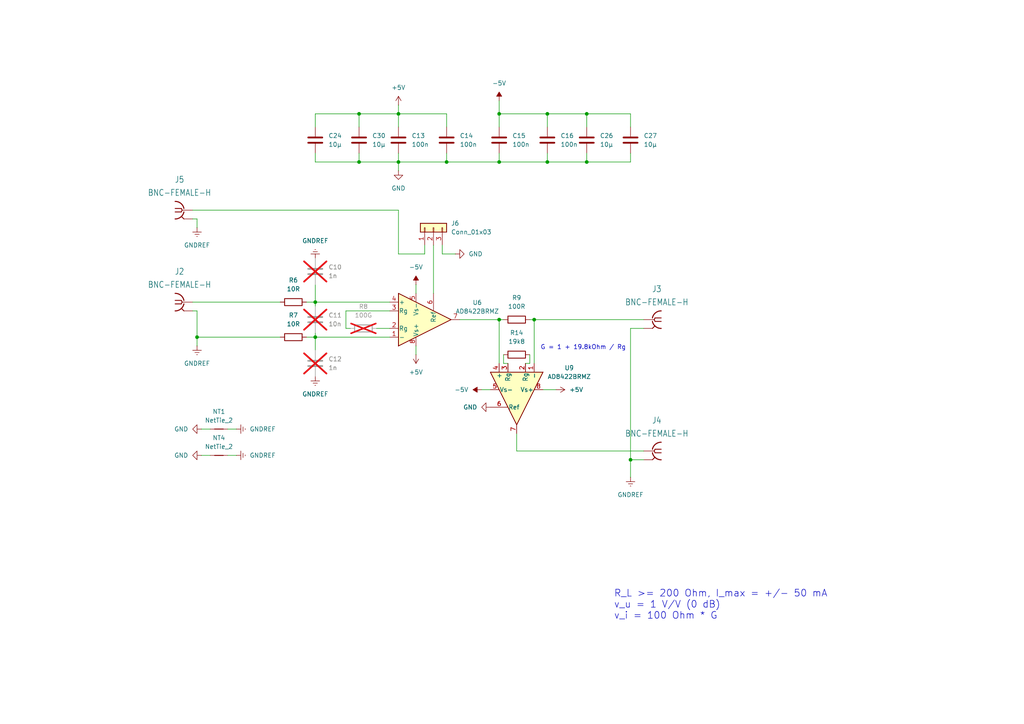
<source format=kicad_sch>
(kicad_sch (version 20231120) (generator "eeschema") (generator_version "8.0")
  (paper "A4")
  (lib_symbols
    (symbol "Amplifier_Instrumentation:AD8422BRMZ" (pin_names (offset 0.127))
      (property "Reference" "U" (at 3.556 7.366 0))
      (property "Value" "AD8422BRMZ" (at 7.366 5.334 0))
      (symbol "AD8422BRMZ_0_1"
        (polyline (pts (xy -5.08 7.62) (xy -5.08 -7.62) (xy 10.16 0) (xy -5.08 7.62)) (stroke (width 0.254)) (fill (type background)))
      )
      (symbol "AD8422BRMZ_1_1"
        (pin input line (at -7.62 5.08 0) (length 2.54) (name "-") (number "1"))
        (pin passive line (at -7.62 2.54 0) (length 2.54) (name "Rg") (number "2"))
        (pin passive line (at -7.62 -2.54 0) (length 2.54) (name "Rg") (number "3"))
        (pin input line (at -7.62 -5.08 0) (length 2.54) (name "+") (number "4"))
        (pin power_in line (at 0 -7.62 90) (length 2.54) (name "Vs-") (number "5"))
        (pin passive line (at 5.08 -7.62 90) (length 5.08) (name "Ref") (number "6"))
        (pin output line (at 12.7 0 180) (length 2.54) (name "~") (number "7"))
        (pin power_in line (at 0 7.62 270) (length 2.54) (name "Vs+") (number "8"))
      )
    )
    (symbol "Connector_Generic:Conn_01x03" (pin_names (offset 1.016) hide)
      (property "Reference" "J" (at 0 5.08 0))
      (property "Value" "Conn_01x03" (at 0 -5.08 0))
      (symbol "Conn_01x03_1_1"
        (rectangle (start -1.27 -2.413) (end 0 -2.667) (stroke (width 0.1524)))
        (rectangle (start -1.27 0.127) (end 0 -0.127) (stroke (width 0.1524)))
        (rectangle (start -1.27 2.667) (end 0 2.413) (stroke (width 0.1524)))
        (rectangle (start -1.27 3.81) (end 1.27 -3.81) (stroke (width 0.254)) (fill (type background)))
        (pin passive line (at -5.08 2.54 0) (length 3.81) (name "Pin_1") (number "1"))
        (pin passive line (at -5.08 0 0) (length 3.81) (name "Pin_2") (number "2"))
        (pin passive line (at -5.08 -2.54 0) (length 3.81) (name "Pin_3") (number "3"))
      )
    )
    (symbol "Device:NetTie_2" (pin_numbers hide) (pin_names (offset 0) hide) (in_bom no)
      (property "Reference" "NT" (at 0 1.27 0))
      (property "Value" "NetTie_2" (at 0 -1.27 0))
      (symbol "NetTie_2_0_1"
        (polyline (pts (xy -1.27 0) (xy 1.27 0)) (stroke (width 0.254)))
      )
      (symbol "NetTie_2_1_1"
        (pin passive line (at -2.54 0 0) (length 2.54) (name "1") (number "1"))
        (pin passive line (at 2.54 0 180) (length 2.54) (name "2") (number "2"))
      )
    )
    (symbol "connectors:BNC-FEMALE-H" (exclude_from_sim yes)
      (property "Reference" "J" (at -2.54 3.302 0))
      (property "Value" "BNC-FEMALE-H" (at -3.048 -5.588 0))
      (symbol "BNC-FEMALE-H_1_0"
        (arc (start -2.54 -2.54) (mid -0.9022 -1.9838) (end 0 -0.508) (stroke (width 0.3048)))
        (polyline (pts (xy -2.54 0.508) (xy -0.762 0.508)) (stroke (width 0.254)))
        (polyline (pts (xy -0.762 -0.508) (xy -2.54 -0.508)) (stroke (width 0.254)))
        (polyline (pts (xy -0.762 0.508) (xy -0.508 0)) (stroke (width 0.254)))
        (polyline (pts (xy -0.508 0) (xy -0.762 -0.508)) (stroke (width 0.254)))
        (polyline (pts (xy 0 -2.54) (xy -0.762 -1.778)) (stroke (width 0.254)))
        (polyline (pts (xy 0 0) (xy -0.508 0)) (stroke (width 0.1524)))
        (arc (start 0 0.508) (mid -0.9022 1.9838) (end -2.54 2.54) (stroke (width 0.3048)))
        (pin bidirectional line (at 2.54 0 180) (length 2.54) (name "SIG") (number "1"))
        (pin bidirectional line (at 2.54 -2.54 180) (length 2.54) (name "GND") (number "2"))
      )
    )
    (symbol "passive:C0402" (pin_numbers hide) (pin_names (offset 0.254))
      (property "Reference" "C" (at 0.635 2.54 0))
      (property "Value" "C0402" (at 0.635 -2.54 0))
      (symbol "C0402_0_1"
        (polyline (pts (xy -2.032 -0.762) (xy 2.032 -0.762)) (stroke (width 0.508)))
        (polyline (pts (xy -2.032 0.762) (xy 2.032 0.762)) (stroke (width 0.508)))
      )
      (symbol "C0402_1_1"
        (pin passive line (at 0 3.81 270) (length 2.794) (name "~") (number "1"))
        (pin passive line (at 0 -3.81 90) (length 2.794) (name "~") (number "2"))
      )
    )
    (symbol "passive:C0805" (pin_numbers hide) (pin_names (offset 0.254))
      (property "Reference" "C" (at 0.635 2.54 0))
      (property "Value" "C0805" (at 0.635 -2.54 0))
      (symbol "C0805_0_1"
        (polyline (pts (xy -2.032 -0.762) (xy 2.032 -0.762)) (stroke (width 0.508)))
        (polyline (pts (xy -2.032 0.762) (xy 2.032 0.762)) (stroke (width 0.508)))
      )
      (symbol "C0805_1_1"
        (pin passive line (at 0 3.81 270) (length 2.794) (name "~") (number "1"))
        (pin passive line (at 0 -3.81 90) (length 2.794) (name "~") (number "2"))
      )
    )
    (symbol "passive:R0402" (pin_numbers hide) (pin_names (offset 0))
      (property "Reference" "R" (at 2.032 0 90))
      (property "Value" "R" (at 0 0 90))
      (symbol "R0402_0_1"
        (rectangle (start -1.016 -2.54) (end 1.016 2.54) (stroke (width 0.254)))
      )
      (symbol "R0402_1_1"
        (pin passive line (at 0 3.81 270) (length 1.27) (name "~") (number "1"))
        (pin passive line (at 0 -3.81 90) (length 1.27) (name "~") (number "2"))
      )
    )
    (symbol "power:+5V" (power) (pin_numbers hide) (pin_names (offset 0) hide)
      (property "Value" "+5V" (at 0 3.556 0))
      (symbol "+5V_0_1"
        (polyline (pts (xy -0.762 1.27) (xy 0 2.54)))
        (polyline (pts (xy 0 0) (xy 0 2.54)))
        (polyline (pts (xy 0 2.54) (xy 0.762 1.27)))
      )
      (symbol "+5V_1_1"
        (pin power_in line (at 0 0 90) (length 0) (name "~") (number "1"))
      )
    )
    (symbol "power:-5V" (power) (pin_numbers hide) (pin_names (offset 0) hide)
      (property "Value" "-5V" (at 0 3.556 0))
      (symbol "-5V_0_0"
        (pin power_in line (at 0 0 90) (length 0) (name "~") (number "1"))
      )
      (symbol "-5V_0_1"
        (polyline (pts (xy 0 0) (xy 0 1.27) (xy 0.762 1.27) (xy 0 2.54) (xy -0.762 1.27) (xy 0 1.27)) (fill (type outline)))
      )
    )
    (symbol "power:GND" (power) (pin_numbers hide) (pin_names (offset 0) hide)
      (property "Value" "GND" (at 0 -3.81 0))
      (symbol "GND_0_1"
        (polyline (pts (xy 0 0) (xy 0 -1.27) (xy 1.27 -1.27) (xy 0 -2.54) (xy -1.27 -1.27) (xy 0 -1.27)))
      )
      (symbol "GND_1_1"
        (pin power_in line (at 0 0 270) (length 0) (name "~") (number "1"))
      )
    )
    (symbol "power:GNDREF" (power) (pin_numbers hide) (pin_names (offset 0) hide)
      (property "Value" "GNDREF" (at 0 -3.81 0))
      (symbol "GNDREF_0_1"
        (polyline (pts (xy -0.635 -1.905) (xy 0.635 -1.905)))
        (polyline (pts (xy -0.127 -2.54) (xy 0.127 -2.54)))
        (polyline (pts (xy 0 -1.27) (xy 0 0)))
        (polyline (pts (xy 1.27 -1.27) (xy -1.27 -1.27)))
      )
      (symbol "GNDREF_1_1"
        (pin power_in line (at 0 0 270) (length 0) (name "~") (number "1"))
      )
    )
  )
  (junction (at 104.14 46.99))
  (junction (at 115.57 33.02))
  (junction (at 154.94 92.71))
  (junction (at 182.88 133.35))
  (junction (at 144.78 46.99))
  (junction (at 170.18 33.02))
  (junction (at 91.44 97.79))
  (junction (at 144.78 33.02))
  (junction (at 91.44 87.63))
  (junction (at 158.75 46.99))
  (junction (at 144.78 92.71))
  (junction (at 158.75 33.02))
  (junction (at 115.57 46.99))
  (junction (at 129.54 46.99))
  (junction (at 104.14 33.02))
  (junction (at 170.18 46.99))
  (junction (at 57.15 97.79))
  (wire (pts (xy 158.75 33.02) (xy 158.75 36.83)))
  (wire (pts (xy 115.57 30.48) (xy 115.57 33.02)))
  (wire (pts (xy 170.18 44.45) (xy 170.18 46.99)))
  (wire (pts (xy 100.33 90.17) (xy 100.33 95.25)))
  (wire (pts (xy 153.67 92.71) (xy 154.94 92.71)))
  (wire (pts (xy 182.88 95.25) (xy 182.88 133.35)))
  (wire (pts (xy 158.75 46.99) (xy 170.18 46.99)))
  (wire (pts (xy 158.75 44.45) (xy 158.75 46.99)))
  (wire (pts (xy 55.88 90.17) (xy 57.15 90.17)))
  (wire (pts (xy 109.22 95.25) (xy 113.03 95.25)))
  (wire (pts (xy 91.44 82.55) (xy 91.44 87.63)))
  (wire (pts (xy 186.69 130.81) (xy 149.86 130.81)))
  (wire (pts (xy 133.35 92.71) (xy 144.78 92.71)))
  (wire (pts (xy 147.32 105.41) (xy 146.05 105.41)))
  (wire (pts (xy 57.15 97.79) (xy 81.28 97.79)))
  (wire (pts (xy 170.18 33.02) (xy 182.88 33.02)))
  (wire (pts (xy 154.94 92.71) (xy 186.69 92.71)))
  (wire (pts (xy 129.54 46.99) (xy 144.78 46.99)))
  (wire (pts (xy 186.69 95.25) (xy 182.88 95.25)))
  (wire (pts (xy 170.18 36.83) (xy 170.18 33.02)))
  (wire (pts (xy 139.7 113.03) (xy 142.24 113.03)))
  (wire (pts (xy 55.88 60.96) (xy 115.57 60.96)))
  (wire (pts (xy 57.15 63.5) (xy 57.15 66.04)))
  (wire (pts (xy 115.57 44.45) (xy 115.57 46.99)))
  (wire (pts (xy 91.44 44.45) (xy 91.44 46.99)))
  (wire (pts (xy 144.78 33.02) (xy 158.75 33.02)))
  (wire (pts (xy 182.88 133.35) (xy 186.69 133.35)))
  (wire (pts (xy 66.04 132.08) (xy 68.58 132.08)))
  (wire (pts (xy 144.78 92.71) (xy 144.78 105.41)))
  (wire (pts (xy 104.14 44.45) (xy 104.14 46.99)))
  (wire (pts (xy 152.4 105.41) (xy 153.67 105.41)))
  (wire (pts (xy 91.44 97.79) (xy 113.03 97.79)))
  (wire (pts (xy 115.57 73.66) (xy 123.19 73.66)))
  (wire (pts (xy 144.78 36.83) (xy 144.78 33.02)))
  (wire (pts (xy 91.44 87.63) (xy 113.03 87.63)))
  (wire (pts (xy 115.57 60.96) (xy 115.57 73.66)))
  (wire (pts (xy 88.9 97.79) (xy 91.44 97.79)))
  (wire (pts (xy 182.88 44.45) (xy 182.88 46.99)))
  (wire (pts (xy 91.44 97.79) (xy 91.44 101.6)))
  (wire (pts (xy 170.18 46.99) (xy 182.88 46.99)))
  (wire (pts (xy 158.75 33.02) (xy 170.18 33.02)))
  (wire (pts (xy 144.78 44.45) (xy 144.78 46.99)))
  (wire (pts (xy 55.88 63.5) (xy 57.15 63.5)))
  (wire (pts (xy 153.67 102.87) (xy 153.67 105.41)))
  (wire (pts (xy 91.44 46.99) (xy 104.14 46.99)))
  (wire (pts (xy 104.14 36.83) (xy 104.14 33.02)))
  (wire (pts (xy 115.57 33.02) (xy 115.57 36.83)))
  (wire (pts (xy 182.88 36.83) (xy 182.88 33.02)))
  (wire (pts (xy 66.04 124.46) (xy 68.58 124.46)))
  (wire (pts (xy 129.54 33.02) (xy 129.54 36.83)))
  (wire (pts (xy 91.44 96.52) (xy 91.44 97.79)))
  (wire (pts (xy 88.9 87.63) (xy 91.44 87.63)))
  (wire (pts (xy 144.78 92.71) (xy 146.05 92.71)))
  (wire (pts (xy 91.44 33.02) (xy 104.14 33.02)))
  (wire (pts (xy 128.27 71.12) (xy 128.27 73.66)))
  (wire (pts (xy 100.33 95.25) (xy 101.6 95.25)))
  (wire (pts (xy 58.42 124.46) (xy 60.96 124.46)))
  (wire (pts (xy 182.88 133.35) (xy 182.88 138.43)))
  (wire (pts (xy 100.33 90.17) (xy 113.03 90.17)))
  (wire (pts (xy 57.15 97.79) (xy 57.15 100.33)))
  (wire (pts (xy 149.86 130.81) (xy 149.86 125.73)))
  (wire (pts (xy 146.05 102.87) (xy 146.05 105.41)))
  (wire (pts (xy 104.14 33.02) (xy 115.57 33.02)))
  (wire (pts (xy 55.88 87.63) (xy 81.28 87.63)))
  (wire (pts (xy 144.78 29.21) (xy 144.78 33.02)))
  (wire (pts (xy 129.54 44.45) (xy 129.54 46.99)))
  (wire (pts (xy 128.27 73.66) (xy 132.08 73.66)))
  (wire (pts (xy 157.48 113.03) (xy 161.29 113.03)))
  (wire (pts (xy 154.94 92.71) (xy 154.94 105.41)))
  (wire (pts (xy 91.44 36.83) (xy 91.44 33.02)))
  (wire (pts (xy 115.57 33.02) (xy 129.54 33.02)))
  (wire (pts (xy 115.57 46.99) (xy 129.54 46.99)))
  (wire (pts (xy 115.57 46.99) (xy 115.57 49.53)))
  (wire (pts (xy 125.73 71.12) (xy 125.73 85.09)))
  (wire (pts (xy 91.44 87.63) (xy 91.44 88.9)))
  (wire (pts (xy 123.19 71.12) (xy 123.19 73.66)))
  (wire (pts (xy 120.65 82.55) (xy 120.65 85.09)))
  (wire (pts (xy 104.14 46.99) (xy 115.57 46.99)))
  (wire (pts (xy 158.75 46.99) (xy 144.78 46.99)))
  (wire (pts (xy 57.15 90.17) (xy 57.15 97.79)))
  (wire (pts (xy 58.42 132.08) (xy 60.96 132.08)))
  (wire (pts (xy 120.65 100.33) (xy 120.65 102.87)))
  (text "R_L >= 200 Ohm, I_max = +/- 50 mA\nv_u = 1 V/V (0 dB)\nv_i = 100 Ohm * G" (at 178.054 179.832 0) (effects (font (size 2 2)) (justify left bottom)))
  (text "G = 1 + 19.8kOhm / Rg" (at 169.164 100.838 0) (effects (font (size 1.27 1.27))))
  (symbol (lib_id "passive:R0402") (at 149.86 102.87 270) (unit 1)
    (property "Reference" "R14" (at 149.86 96.52 90))
    (property "Value" "19k8" (at 149.86 99.06 90))
    (property "Footprint" "Resistor_SMD:R_0402_1005Metric" (effects (hide yes)))
    (property "Description" "Resistor" (effects (hide yes)))
  )
  (symbol (lib_id "passive:R0402") (at 85.09 87.63 90) (unit 1)
    (property "Reference" "R6" (at 85.09 81.28 90))
    (property "Value" "10R" (at 85.09 83.82 90))
    (property "Footprint" "Resistor_SMD:R_0402_1005Metric" (effects (hide yes)))
    (property "Description" "Resistor" (effects (hide yes)))
  )
  (symbol (lib_id "passive:C0402") (at 129.54 40.64 0) (unit 1)
    (property "Reference" "C14" (at 133.35 39.3699 0) (effects (justify left)))
    (property "Value" "100n" (at 133.35 41.9099 0) (effects (justify left)))
    (property "Footprint" "Capacitor_SMD:C_0402_1005Metric" (effects (hide yes)))
    (property "Description" "Unpolarized capacitor" (effects (hide yes)))
  )
  (symbol (lib_id "power:GNDREF") (at 57.15 66.04 0) (unit 1)
    (property "Reference" "#PWR016" (effects (hide yes)))
    (property "Value" "GNDREF" (at 57.15 71.12 0))
    (property "Description" "Power symbol creates a global label with name \"GNDREF\" , reference supply ground" (effects (hide yes)))
  )
  (symbol (lib_id "power:-5V") (at 120.65 82.55 0) (unit 1)
    (property "Reference" "#PWR022" (effects (hide yes)))
    (property "Value" "-5V" (at 120.65 77.47 0))
    (property "Description" "Power symbol creates a global label with name \"-5V\"" (effects (hide yes)))
  )
  (symbol (lib_id "passive:C0402") (at 91.44 105.41 0) (unit 1) (dnp yes)
    (property "Reference" "C12" (at 95.25 104.1399 0) (effects (justify left)))
    (property "Value" "1n" (at 95.25 106.6799 0) (effects (justify left)))
    (property "Footprint" "Capacitor_SMD:C_0402_1005Metric" (effects (hide yes)))
    (property "Description" "Unpolarized capacitor" (effects (hide yes)))
  )
  (symbol (lib_id "passive:C0805") (at 170.18 40.64 0) (unit 1)
    (property "Reference" "C26" (at 173.99 39.3699 0) (effects (justify left)))
    (property "Value" "10µ" (at 173.99 41.9099 0) (effects (justify left)))
    (property "Footprint" "Capacitor_SMD:C_0805_2012Metric" (effects (hide yes)))
    (property "Description" "Unpolarized capacitor" (effects (hide yes)))
  )
  (symbol (lib_id "power:GND") (at 132.08 73.66 90) (unit 1)
    (property "Reference" "#PWR01" (effects (hide yes)))
    (property "Value" "GND" (at 135.89 73.6599 90) (effects (justify right)))
    (property "Description" "Power symbol creates a global label with name \"GND\" , ground" (effects (hide yes)))
  )
  (symbol (lib_id "power:+5V") (at 161.29 113.03 270) (unit 1)
    (property "Reference" "#PWR027" (effects (hide yes)))
    (property "Value" "+5V" (at 165.1 113.0299 90) (effects (justify left)))
    (property "Description" "Power symbol creates a global label with name \"+5V\"" (effects (hide yes)))
  )
  (symbol (lib_id "Connector_Generic:Conn_01x03") (at 125.73 66.04 90) (unit 1)
    (property "Reference" "J6" (at 130.81 64.7699 90) (effects (justify right)))
    (property "Value" "Conn_01x03" (at 130.81 67.3099 90) (effects (justify right)))
    (property "Footprint" "Connector_PinHeader_2.54mm:PinHeader_1x03_P2.54mm_Vertical" (effects (hide yes)))
    (property "Description" "Generic connector, single row, 01x03, script generated (kicad-library-utils/schlib/autogen/connector/)" (effects (hide yes)))
  )
  (symbol (lib_id "passive:C0805") (at 91.44 40.64 0) (unit 1)
    (property "Reference" "C24" (at 95.25 39.3699 0) (effects (justify left)))
    (property "Value" "10µ" (at 95.25 41.9099 0) (effects (justify left)))
    (property "Footprint" "Capacitor_SMD:C_0805_2012Metric" (effects (hide yes)))
    (property "Description" "Unpolarized capacitor" (effects (hide yes)))
  )
  (symbol (lib_id "Device:NetTie_2") (at 63.5 132.08 0) (unit 1) (in_bom no)
    (property "Reference" "NT4" (at 63.5 127 0))
    (property "Value" "NetTie_2" (at 63.5 129.54 0))
    (property "Footprint" "NetTie:NetTie-2_SMD_Pad0.5mm" (effects (hide yes)))
    (property "Description" "Net tie, 2 pins" (effects (hide yes)))
  )
  (symbol (lib_id "power:GND") (at 142.24 118.11 270) (unit 1)
    (property "Reference" "#PWR025" (effects (hide yes)))
    (property "Value" "GND" (at 138.43 118.1099 90) (effects (justify right)))
    (property "Description" "Power symbol creates a global label with name \"GND\" , ground" (effects (hide yes)))
  )
  (symbol (lib_id "passive:C0805") (at 182.88 40.64 0) (unit 1)
    (property "Reference" "C27" (at 186.69 39.3699 0) (effects (justify left)))
    (property "Value" "10µ" (at 186.69 41.9099 0) (effects (justify left)))
    (property "Footprint" "Capacitor_SMD:C_0805_2012Metric" (effects (hide yes)))
    (property "Description" "Unpolarized capacitor" (effects (hide yes)))
  )
  (symbol (lib_id "power:-5V") (at 139.7 113.03 90) (unit 1)
    (property "Reference" "#PWR024" (effects (hide yes)))
    (property "Value" "-5V" (at 135.89 113.0299 90) (effects (justify left)))
    (property "Description" "Power symbol creates a global label with name \"-5V\"" (effects (hide yes)))
  )
  (symbol (lib_id "passive:R0402") (at 85.09 97.79 90) (unit 1)
    (property "Reference" "R7" (at 85.09 91.44 90))
    (property "Value" "10R" (at 85.09 93.98 90))
    (property "Footprint" "Resistor_SMD:R_0402_1005Metric" (effects (hide yes)))
    (property "Description" "Resistor" (effects (hide yes)))
  )
  (symbol (lib_id "passive:C0402") (at 91.44 92.71 0) (unit 1) (dnp yes)
    (property "Reference" "C11" (at 95.25 91.4399 0) (effects (justify left)))
    (property "Value" "10n" (at 95.25 93.9799 0) (effects (justify left)))
    (property "Footprint" "Capacitor_SMD:C_0402_1005Metric" (effects (hide yes)))
    (property "Description" "Unpolarized capacitor" (effects (hide yes)))
  )
  (symbol (lib_id "passive:R0402") (at 105.41 95.25 270) (unit 1) (dnp yes)
    (property "Reference" "R8" (at 105.41 88.9 90))
    (property "Value" "100G" (at 105.41 91.44 90))
    (property "Footprint" "Resistor_SMD:R_0402_1005Metric" (effects (hide yes)))
    (property "Description" "Resistor" (effects (hide yes)))
  )
  (symbol (lib_id "power:GND") (at 58.42 132.08 270) (unit 1)
    (property "Reference" "#PWR072" (effects (hide yes)))
    (property "Value" "GND" (at 54.61 132.0799 90) (effects (justify right)))
    (property "Description" "Power symbol creates a global label with name \"GND\" , ground" (effects (hide yes)))
  )
  (symbol (lib_id "power:GNDREF") (at 68.58 124.46 90) (unit 1)
    (property "Reference" "#PWR044" (effects (hide yes)))
    (property "Value" "GNDREF" (at 72.39 124.4599 90) (effects (justify right)))
    (property "Description" "Power symbol creates a global label with name \"GNDREF\" , reference supply ground" (effects (hide yes)))
  )
  (symbol (lib_id "Amplifier_Instrumentation:AD8422BRMZ") (at 120.65 92.71 0) (mirror x) (unit 1)
    (property "Reference" "U6" (at 138.43 87.7568 0))
    (property "Value" "AD8422BRMZ" (at 138.43 90.2968 0))
    (property "Footprint" "Package_SO:MSOP-8_3x3mm_P0.65mm" (effects (hide yes)))
    (property "Datasheet" "https://www.analog.com/media/en/technical-documentation/data-sheets/AD8422.pdf" (effects (hide yes)))
    (property "Description" "Low Power, Rail to Rail, Instumentation Amplifier, MSOP-8" (effects (hide yes)))
  )
  (symbol (lib_id "power:GNDREF") (at 91.44 74.93 180) (unit 1)
    (property "Reference" "#PWR018" (effects (hide yes)))
    (property "Value" "GNDREF" (at 91.44 69.85 0))
    (property "Description" "Power symbol creates a global label with name \"GNDREF\" , reference supply ground" (effects (hide yes)))
  )
  (symbol (lib_id "connectors:BNC-FEMALE-H") (at 53.34 87.63 0) (unit 1) (exclude_from_sim yes)
    (property "Reference" "J2" (at 52.07 78.74 0) (effects (font (size 1.778 1.5113))))
    (property "Value" "BNC-FEMALE-H" (at 52.07 82.55 0) (effects (font (size 1.778 1.5113))))
    (property "Footprint" "connectors:BNC-MALE-H" (effects (hide yes)))
  )
  (symbol (lib_id "power:GNDREF") (at 182.88 138.43 0) (unit 1)
    (property "Reference" "#PWR07" (effects (hide yes)))
    (property "Value" "GNDREF" (at 182.88 143.51 0))
    (property "Description" "Power symbol creates a global label with name \"GNDREF\" , reference supply ground" (effects (hide yes)))
  )
  (symbol (lib_id "power:GND") (at 115.57 49.53 0) (unit 1)
    (property "Reference" "#PWR021" (effects (hide yes)))
    (property "Value" "GND" (at 115.57 54.61 0))
    (property "Description" "Power symbol creates a global label with name \"GND\" , ground" (effects (hide yes)))
  )
  (symbol (lib_id "power:GNDREF") (at 91.44 109.22 0) (unit 1)
    (property "Reference" "#PWR019" (effects (hide yes)))
    (property "Value" "GNDREF" (at 91.44 114.3 0))
    (property "Description" "Power symbol creates a global label with name \"GNDREF\" , reference supply ground" (effects (hide yes)))
  )
  (symbol (lib_id "power:GNDREF") (at 68.58 132.08 90) (unit 1)
    (property "Reference" "#PWR073" (effects (hide yes)))
    (property "Value" "GNDREF" (at 72.39 132.0799 90) (effects (justify right)))
    (property "Description" "Power symbol creates a global label with name \"GNDREF\" , reference supply ground" (effects (hide yes)))
  )
  (symbol (lib_id "passive:C0402") (at 144.78 40.64 0) (unit 1)
    (property "Reference" "C15" (at 148.59 39.3699 0) (effects (justify left)))
    (property "Value" "100n" (at 148.59 41.9099 0) (effects (justify left)))
    (property "Footprint" "Capacitor_SMD:C_0402_1005Metric" (effects (hide yes)))
    (property "Description" "Unpolarized capacitor" (effects (hide yes)))
  )
  (symbol (lib_id "passive:R0402") (at 149.86 92.71 90) (unit 1)
    (property "Reference" "R9" (at 149.86 86.36 90))
    (property "Value" "100R" (at 149.86 88.9 90))
    (property "Footprint" "Resistor_SMD:R_0402_1005Metric" (effects (hide yes)))
    (property "Description" "Resistor" (effects (hide yes)))
  )
  (symbol (lib_id "passive:C0402") (at 91.44 78.74 0) (unit 1) (dnp yes)
    (property "Reference" "C10" (at 95.25 77.4699 0) (effects (justify left)))
    (property "Value" "1n" (at 95.25 80.0099 0) (effects (justify left)))
    (property "Footprint" "Capacitor_SMD:C_0402_1005Metric" (effects (hide yes)))
    (property "Description" "Unpolarized capacitor" (effects (hide yes)))
  )
  (symbol (lib_id "passive:C0805") (at 104.14 40.64 0) (unit 1)
    (property "Reference" "C30" (at 107.95 39.3699 0) (effects (justify left)))
    (property "Value" "10µ" (at 107.95 41.9099 0) (effects (justify left)))
    (property "Footprint" "Capacitor_SMD:C_0805_2012Metric" (effects (hide yes)))
    (property "Description" "Unpolarized capacitor" (effects (hide yes)))
  )
  (symbol (lib_id "power:+5V") (at 120.65 102.87 180) (unit 1)
    (property "Reference" "#PWR023" (effects (hide yes)))
    (property "Value" "+5V" (at 120.65 107.95 0))
    (property "Description" "Power symbol creates a global label with name \"+5V\"" (effects (hide yes)))
  )
  (symbol (lib_id "connectors:BNC-FEMALE-H") (at 189.23 92.71 0) (mirror y) (unit 1) (exclude_from_sim yes)
    (property "Reference" "J3" (at 190.5 83.82 0) (effects (font (size 1.778 1.5113))))
    (property "Value" "BNC-FEMALE-H" (at 190.5 87.63 0) (effects (font (size 1.778 1.5113))))
    (property "Footprint" "connectors:BNC-MALE-H" (effects (hide yes)))
  )
  (symbol (lib_id "power:+5V") (at 115.57 30.48 0) (unit 1)
    (property "Reference" "#PWR020" (effects (hide yes)))
    (property "Value" "+5V" (at 115.57 25.4 0))
    (property "Description" "Power symbol creates a global label with name \"+5V\"" (effects (hide yes)))
  )
  (symbol (lib_id "passive:C0402") (at 115.57 40.64 0) (unit 1)
    (property "Reference" "C13" (at 119.38 39.3699 0) (effects (justify left)))
    (property "Value" "100n" (at 119.38 41.9099 0) (effects (justify left)))
    (property "Footprint" "Capacitor_SMD:C_0402_1005Metric" (effects (hide yes)))
    (property "Description" "Unpolarized capacitor" (effects (hide yes)))
  )
  (symbol (lib_id "connectors:BNC-FEMALE-H") (at 189.23 130.81 0) (mirror y) (unit 1) (exclude_from_sim yes)
    (property "Reference" "J4" (at 190.5 121.92 0) (effects (font (size 1.778 1.5113))))
    (property "Value" "BNC-FEMALE-H" (at 190.5 125.73 0) (effects (font (size 1.778 1.5113))))
    (property "Footprint" "connectors:BNC-MALE-H" (effects (hide yes)))
  )
  (symbol (lib_id "connectors:BNC-FEMALE-H") (at 53.34 60.96 0) (unit 1) (exclude_from_sim yes)
    (property "Reference" "J5" (at 52.07 52.07 0) (effects (font (size 1.778 1.5113))))
    (property "Value" "BNC-FEMALE-H" (at 52.07 55.88 0) (effects (font (size 1.778 1.5113))))
    (property "Footprint" "connectors:BNC-MALE-H" (effects (hide yes)))
  )
  (symbol (lib_id "power:GND") (at 58.42 124.46 270) (unit 1)
    (property "Reference" "#PWR066" (effects (hide yes)))
    (property "Value" "GND" (at 54.61 124.4599 90) (effects (justify right)))
    (property "Description" "Power symbol creates a global label with name \"GND\" , ground" (effects (hide yes)))
  )
  (symbol (lib_id "Device:NetTie_2") (at 63.5 124.46 0) (unit 1) (in_bom no)
    (property "Reference" "NT1" (at 63.5 119.38 0))
    (property "Value" "NetTie_2" (at 63.5 121.92 0))
    (property "Footprint" "NetTie:NetTie-2_SMD_Pad0.5mm" (effects (hide yes)))
    (property "Description" "Net tie, 2 pins" (effects (hide yes)))
  )
  (symbol (lib_id "power:-5V") (at 144.78 29.21 0) (unit 1)
    (property "Reference" "#PWR026" (effects (hide yes)))
    (property "Value" "-5V" (at 144.78 24.13 0))
    (property "Description" "Power symbol creates a global label with name \"-5V\"" (effects (hide yes)))
  )
  (symbol (lib_id "Amplifier_Instrumentation:AD8422BRMZ") (at 149.86 113.03 270) (unit 1)
    (property "Reference" "U9" (at 165.1 106.7114 90))
    (property "Value" "AD8422BRMZ" (at 165.1 109.2514 90))
    (property "Footprint" "Package_SO:MSOP-8_3x3mm_P0.65mm" (effects (hide yes)))
    (property "Datasheet" "https://www.analog.com/media/en/technical-documentation/data-sheets/AD8422.pdf" (effects (hide yes)))
    (property "Description" "Low Power, Rail to Rail, Instumentation Amplifier, MSOP-8" (effects (hide yes)))
  )
  (symbol (lib_id "passive:C0402") (at 158.75 40.64 0) (unit 1)
    (property "Reference" "C16" (at 162.56 39.3699 0) (effects (justify left)))
    (property "Value" "100n" (at 162.56 41.9099 0) (effects (justify left)))
    (property "Footprint" "Capacitor_SMD:C_0402_1005Metric" (effects (hide yes)))
    (property "Description" "Unpolarized capacitor" (effects (hide yes)))
  )
  (symbol (lib_id "power:GNDREF") (at 57.15 100.33 0) (unit 1)
    (property "Reference" "#PWR017" (effects (hide yes)))
    (property "Value" "GNDREF" (at 57.15 105.41 0))
    (property "Description" "Power symbol creates a global label with name \"GNDREF\" , reference supply ground" (effects (hide yes)))
  )
)
</source>
